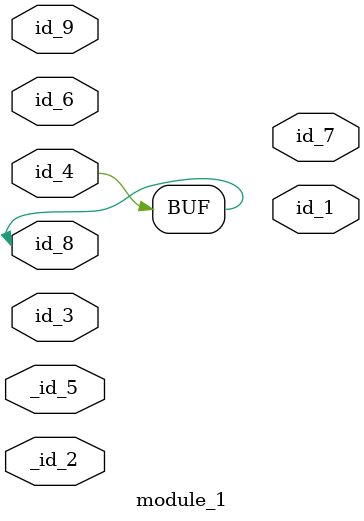
<source format=v>
module module_0;
endmodule
module module_1 #(
    parameter id_2 = 32'd82,
    parameter id_5 = 32'd82
) (
    id_1,
    _id_2,
    id_3,
    id_4,
    _id_5,
    id_6,
    id_7,
    id_8,
    id_9
);
  inout wire id_9;
  inout wire id_8;
  output wire id_7;
  inout wire id_6;
  module_0 modCall_1 ();
  inout wire _id_5;
  input wire id_4;
  input wire id_3;
  input wire _id_2;
  output wire id_1;
  wire [id_2  +  1 : id_5] id_10;
  localparam id_11 = 1;
  assign id_10 = id_10;
  localparam id_12 = ~-1;
  genvar id_13;
  assign id_8 = id_4;
endmodule

</source>
